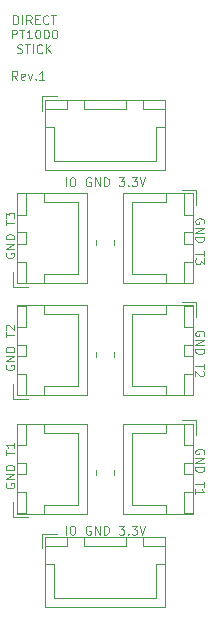
<source format=gto>
G04 #@! TF.GenerationSoftware,KiCad,Pcbnew,5.1.9+dfsg1-1*
G04 #@! TF.CreationDate,2022-08-24T11:43:39+09:00*
G04 #@! TF.ProjectId,direct-pt1000-stick,64697265-6374-42d7-9074-313030302d73,rev?*
G04 #@! TF.SameCoordinates,Original*
G04 #@! TF.FileFunction,Legend,Top*
G04 #@! TF.FilePolarity,Positive*
%FSLAX46Y46*%
G04 Gerber Fmt 4.6, Leading zero omitted, Abs format (unit mm)*
G04 Created by KiCad (PCBNEW 5.1.9+dfsg1-1) date 2022-08-24 11:43:39*
%MOMM*%
%LPD*%
G01*
G04 APERTURE LIST*
%ADD10C,0.100000*%
%ADD11C,0.120000*%
%ADD12O,1.700000X1.950000*%
%ADD13O,2.000000X1.700000*%
%ADD14C,5.600000*%
G04 APERTURE END LIST*
D10*
X102589285Y-56839285D02*
X102339285Y-56482142D01*
X102160714Y-56839285D02*
X102160714Y-56089285D01*
X102446428Y-56089285D01*
X102517857Y-56125000D01*
X102553571Y-56160714D01*
X102589285Y-56232142D01*
X102589285Y-56339285D01*
X102553571Y-56410714D01*
X102517857Y-56446428D01*
X102446428Y-56482142D01*
X102160714Y-56482142D01*
X103196428Y-56803571D02*
X103125000Y-56839285D01*
X102982142Y-56839285D01*
X102910714Y-56803571D01*
X102875000Y-56732142D01*
X102875000Y-56446428D01*
X102910714Y-56375000D01*
X102982142Y-56339285D01*
X103125000Y-56339285D01*
X103196428Y-56375000D01*
X103232142Y-56446428D01*
X103232142Y-56517857D01*
X102875000Y-56589285D01*
X103482142Y-56339285D02*
X103660714Y-56839285D01*
X103839285Y-56339285D01*
X104125000Y-56767857D02*
X104160714Y-56803571D01*
X104125000Y-56839285D01*
X104089285Y-56803571D01*
X104125000Y-56767857D01*
X104125000Y-56839285D01*
X104875000Y-56839285D02*
X104446428Y-56839285D01*
X104660714Y-56839285D02*
X104660714Y-56089285D01*
X104589285Y-56196428D01*
X104517857Y-56267857D01*
X104446428Y-56303571D01*
X102250000Y-52114285D02*
X102250000Y-51364285D01*
X102428571Y-51364285D01*
X102535714Y-51400000D01*
X102607142Y-51471428D01*
X102642857Y-51542857D01*
X102678571Y-51685714D01*
X102678571Y-51792857D01*
X102642857Y-51935714D01*
X102607142Y-52007142D01*
X102535714Y-52078571D01*
X102428571Y-52114285D01*
X102250000Y-52114285D01*
X103000000Y-52114285D02*
X103000000Y-51364285D01*
X103785714Y-52114285D02*
X103535714Y-51757142D01*
X103357142Y-52114285D02*
X103357142Y-51364285D01*
X103642857Y-51364285D01*
X103714285Y-51400000D01*
X103750000Y-51435714D01*
X103785714Y-51507142D01*
X103785714Y-51614285D01*
X103750000Y-51685714D01*
X103714285Y-51721428D01*
X103642857Y-51757142D01*
X103357142Y-51757142D01*
X104107142Y-51721428D02*
X104357142Y-51721428D01*
X104464285Y-52114285D02*
X104107142Y-52114285D01*
X104107142Y-51364285D01*
X104464285Y-51364285D01*
X105214285Y-52042857D02*
X105178571Y-52078571D01*
X105071428Y-52114285D01*
X105000000Y-52114285D01*
X104892857Y-52078571D01*
X104821428Y-52007142D01*
X104785714Y-51935714D01*
X104750000Y-51792857D01*
X104750000Y-51685714D01*
X104785714Y-51542857D01*
X104821428Y-51471428D01*
X104892857Y-51400000D01*
X105000000Y-51364285D01*
X105071428Y-51364285D01*
X105178571Y-51400000D01*
X105214285Y-51435714D01*
X105428571Y-51364285D02*
X105857142Y-51364285D01*
X105642857Y-52114285D02*
X105642857Y-51364285D01*
X102089285Y-53339285D02*
X102089285Y-52589285D01*
X102375000Y-52589285D01*
X102446428Y-52625000D01*
X102482142Y-52660714D01*
X102517857Y-52732142D01*
X102517857Y-52839285D01*
X102482142Y-52910714D01*
X102446428Y-52946428D01*
X102375000Y-52982142D01*
X102089285Y-52982142D01*
X102732142Y-52589285D02*
X103160714Y-52589285D01*
X102946428Y-53339285D02*
X102946428Y-52589285D01*
X103803571Y-53339285D02*
X103375000Y-53339285D01*
X103589285Y-53339285D02*
X103589285Y-52589285D01*
X103517857Y-52696428D01*
X103446428Y-52767857D01*
X103375000Y-52803571D01*
X104267857Y-52589285D02*
X104339285Y-52589285D01*
X104410714Y-52625000D01*
X104446428Y-52660714D01*
X104482142Y-52732142D01*
X104517857Y-52875000D01*
X104517857Y-53053571D01*
X104482142Y-53196428D01*
X104446428Y-53267857D01*
X104410714Y-53303571D01*
X104339285Y-53339285D01*
X104267857Y-53339285D01*
X104196428Y-53303571D01*
X104160714Y-53267857D01*
X104125000Y-53196428D01*
X104089285Y-53053571D01*
X104089285Y-52875000D01*
X104125000Y-52732142D01*
X104160714Y-52660714D01*
X104196428Y-52625000D01*
X104267857Y-52589285D01*
X104982142Y-52589285D02*
X105053571Y-52589285D01*
X105125000Y-52625000D01*
X105160714Y-52660714D01*
X105196428Y-52732142D01*
X105232142Y-52875000D01*
X105232142Y-53053571D01*
X105196428Y-53196428D01*
X105160714Y-53267857D01*
X105125000Y-53303571D01*
X105053571Y-53339285D01*
X104982142Y-53339285D01*
X104910714Y-53303571D01*
X104875000Y-53267857D01*
X104839285Y-53196428D01*
X104803571Y-53053571D01*
X104803571Y-52875000D01*
X104839285Y-52732142D01*
X104875000Y-52660714D01*
X104910714Y-52625000D01*
X104982142Y-52589285D01*
X105696428Y-52589285D02*
X105767857Y-52589285D01*
X105839285Y-52625000D01*
X105875000Y-52660714D01*
X105910714Y-52732142D01*
X105946428Y-52875000D01*
X105946428Y-53053571D01*
X105910714Y-53196428D01*
X105875000Y-53267857D01*
X105839285Y-53303571D01*
X105767857Y-53339285D01*
X105696428Y-53339285D01*
X105625000Y-53303571D01*
X105589285Y-53267857D01*
X105553571Y-53196428D01*
X105517857Y-53053571D01*
X105517857Y-52875000D01*
X105553571Y-52732142D01*
X105589285Y-52660714D01*
X105625000Y-52625000D01*
X105696428Y-52589285D01*
X102571428Y-54528571D02*
X102678571Y-54564285D01*
X102857142Y-54564285D01*
X102928571Y-54528571D01*
X102964285Y-54492857D01*
X103000000Y-54421428D01*
X103000000Y-54350000D01*
X102964285Y-54278571D01*
X102928571Y-54242857D01*
X102857142Y-54207142D01*
X102714285Y-54171428D01*
X102642857Y-54135714D01*
X102607142Y-54100000D01*
X102571428Y-54028571D01*
X102571428Y-53957142D01*
X102607142Y-53885714D01*
X102642857Y-53850000D01*
X102714285Y-53814285D01*
X102892857Y-53814285D01*
X103000000Y-53850000D01*
X103214285Y-53814285D02*
X103642857Y-53814285D01*
X103428571Y-54564285D02*
X103428571Y-53814285D01*
X103892857Y-54564285D02*
X103892857Y-53814285D01*
X104678571Y-54492857D02*
X104642857Y-54528571D01*
X104535714Y-54564285D01*
X104464285Y-54564285D01*
X104357142Y-54528571D01*
X104285714Y-54457142D01*
X104250000Y-54385714D01*
X104214285Y-54242857D01*
X104214285Y-54135714D01*
X104250000Y-53992857D01*
X104285714Y-53921428D01*
X104357142Y-53850000D01*
X104464285Y-53814285D01*
X104535714Y-53814285D01*
X104642857Y-53850000D01*
X104678571Y-53885714D01*
X105000000Y-54564285D02*
X105000000Y-53814285D01*
X105428571Y-54564285D02*
X105107142Y-54135714D01*
X105428571Y-53814285D02*
X105000000Y-54242857D01*
X106678571Y-65839285D02*
X106678571Y-65089285D01*
X107178571Y-65089285D02*
X107321428Y-65089285D01*
X107392857Y-65125000D01*
X107464285Y-65196428D01*
X107500000Y-65339285D01*
X107500000Y-65589285D01*
X107464285Y-65732142D01*
X107392857Y-65803571D01*
X107321428Y-65839285D01*
X107178571Y-65839285D01*
X107107142Y-65803571D01*
X107035714Y-65732142D01*
X107000000Y-65589285D01*
X107000000Y-65339285D01*
X107035714Y-65196428D01*
X107107142Y-65125000D01*
X107178571Y-65089285D01*
X108785714Y-65125000D02*
X108714285Y-65089285D01*
X108607142Y-65089285D01*
X108500000Y-65125000D01*
X108428571Y-65196428D01*
X108392857Y-65267857D01*
X108357142Y-65410714D01*
X108357142Y-65517857D01*
X108392857Y-65660714D01*
X108428571Y-65732142D01*
X108500000Y-65803571D01*
X108607142Y-65839285D01*
X108678571Y-65839285D01*
X108785714Y-65803571D01*
X108821428Y-65767857D01*
X108821428Y-65517857D01*
X108678571Y-65517857D01*
X109142857Y-65839285D02*
X109142857Y-65089285D01*
X109571428Y-65839285D01*
X109571428Y-65089285D01*
X109928571Y-65839285D02*
X109928571Y-65089285D01*
X110107142Y-65089285D01*
X110214285Y-65125000D01*
X110285714Y-65196428D01*
X110321428Y-65267857D01*
X110357142Y-65410714D01*
X110357142Y-65517857D01*
X110321428Y-65660714D01*
X110285714Y-65732142D01*
X110214285Y-65803571D01*
X110107142Y-65839285D01*
X109928571Y-65839285D01*
X111178571Y-65089285D02*
X111642857Y-65089285D01*
X111392857Y-65375000D01*
X111500000Y-65375000D01*
X111571428Y-65410714D01*
X111607142Y-65446428D01*
X111642857Y-65517857D01*
X111642857Y-65696428D01*
X111607142Y-65767857D01*
X111571428Y-65803571D01*
X111500000Y-65839285D01*
X111285714Y-65839285D01*
X111214285Y-65803571D01*
X111178571Y-65767857D01*
X111964285Y-65767857D02*
X112000000Y-65803571D01*
X111964285Y-65839285D01*
X111928571Y-65803571D01*
X111964285Y-65767857D01*
X111964285Y-65839285D01*
X112250000Y-65089285D02*
X112714285Y-65089285D01*
X112464285Y-65375000D01*
X112571428Y-65375000D01*
X112642857Y-65410714D01*
X112678571Y-65446428D01*
X112714285Y-65517857D01*
X112714285Y-65696428D01*
X112678571Y-65767857D01*
X112642857Y-65803571D01*
X112571428Y-65839285D01*
X112357142Y-65839285D01*
X112285714Y-65803571D01*
X112250000Y-65767857D01*
X112928571Y-65089285D02*
X113178571Y-65839285D01*
X113428571Y-65089285D01*
X106678571Y-95339285D02*
X106678571Y-94589285D01*
X107178571Y-94589285D02*
X107321428Y-94589285D01*
X107392857Y-94625000D01*
X107464285Y-94696428D01*
X107500000Y-94839285D01*
X107500000Y-95089285D01*
X107464285Y-95232142D01*
X107392857Y-95303571D01*
X107321428Y-95339285D01*
X107178571Y-95339285D01*
X107107142Y-95303571D01*
X107035714Y-95232142D01*
X107000000Y-95089285D01*
X107000000Y-94839285D01*
X107035714Y-94696428D01*
X107107142Y-94625000D01*
X107178571Y-94589285D01*
X108785714Y-94625000D02*
X108714285Y-94589285D01*
X108607142Y-94589285D01*
X108500000Y-94625000D01*
X108428571Y-94696428D01*
X108392857Y-94767857D01*
X108357142Y-94910714D01*
X108357142Y-95017857D01*
X108392857Y-95160714D01*
X108428571Y-95232142D01*
X108500000Y-95303571D01*
X108607142Y-95339285D01*
X108678571Y-95339285D01*
X108785714Y-95303571D01*
X108821428Y-95267857D01*
X108821428Y-95017857D01*
X108678571Y-95017857D01*
X109142857Y-95339285D02*
X109142857Y-94589285D01*
X109571428Y-95339285D01*
X109571428Y-94589285D01*
X109928571Y-95339285D02*
X109928571Y-94589285D01*
X110107142Y-94589285D01*
X110214285Y-94625000D01*
X110285714Y-94696428D01*
X110321428Y-94767857D01*
X110357142Y-94910714D01*
X110357142Y-95017857D01*
X110321428Y-95160714D01*
X110285714Y-95232142D01*
X110214285Y-95303571D01*
X110107142Y-95339285D01*
X109928571Y-95339285D01*
X111178571Y-94589285D02*
X111642857Y-94589285D01*
X111392857Y-94875000D01*
X111500000Y-94875000D01*
X111571428Y-94910714D01*
X111607142Y-94946428D01*
X111642857Y-95017857D01*
X111642857Y-95196428D01*
X111607142Y-95267857D01*
X111571428Y-95303571D01*
X111500000Y-95339285D01*
X111285714Y-95339285D01*
X111214285Y-95303571D01*
X111178571Y-95267857D01*
X111964285Y-95267857D02*
X112000000Y-95303571D01*
X111964285Y-95339285D01*
X111928571Y-95303571D01*
X111964285Y-95267857D01*
X111964285Y-95339285D01*
X112250000Y-94589285D02*
X112714285Y-94589285D01*
X112464285Y-94875000D01*
X112571428Y-94875000D01*
X112642857Y-94910714D01*
X112678571Y-94946428D01*
X112714285Y-95017857D01*
X112714285Y-95196428D01*
X112678571Y-95267857D01*
X112642857Y-95303571D01*
X112571428Y-95339285D01*
X112357142Y-95339285D01*
X112285714Y-95303571D01*
X112250000Y-95267857D01*
X112928571Y-94589285D02*
X113178571Y-95339285D01*
X113428571Y-94589285D01*
X118375000Y-69000000D02*
X118410714Y-68928571D01*
X118410714Y-68821428D01*
X118375000Y-68714285D01*
X118303571Y-68642857D01*
X118232142Y-68607142D01*
X118089285Y-68571428D01*
X117982142Y-68571428D01*
X117839285Y-68607142D01*
X117767857Y-68642857D01*
X117696428Y-68714285D01*
X117660714Y-68821428D01*
X117660714Y-68892857D01*
X117696428Y-69000000D01*
X117732142Y-69035714D01*
X117982142Y-69035714D01*
X117982142Y-68892857D01*
X117660714Y-69357142D02*
X118410714Y-69357142D01*
X117660714Y-69785714D01*
X118410714Y-69785714D01*
X117660714Y-70142857D02*
X118410714Y-70142857D01*
X118410714Y-70321428D01*
X118375000Y-70428571D01*
X118303571Y-70500000D01*
X118232142Y-70535714D01*
X118089285Y-70571428D01*
X117982142Y-70571428D01*
X117839285Y-70535714D01*
X117767857Y-70500000D01*
X117696428Y-70428571D01*
X117660714Y-70321428D01*
X117660714Y-70142857D01*
X118410714Y-71357142D02*
X118410714Y-71785714D01*
X117660714Y-71571428D02*
X118410714Y-71571428D01*
X118410714Y-71964285D02*
X118410714Y-72428571D01*
X118125000Y-72178571D01*
X118125000Y-72285714D01*
X118089285Y-72357142D01*
X118053571Y-72392857D01*
X117982142Y-72428571D01*
X117803571Y-72428571D01*
X117732142Y-72392857D01*
X117696428Y-72357142D01*
X117660714Y-72285714D01*
X117660714Y-72071428D01*
X117696428Y-72000000D01*
X117732142Y-71964285D01*
X101625000Y-71500000D02*
X101589285Y-71571428D01*
X101589285Y-71678571D01*
X101625000Y-71785714D01*
X101696428Y-71857142D01*
X101767857Y-71892857D01*
X101910714Y-71928571D01*
X102017857Y-71928571D01*
X102160714Y-71892857D01*
X102232142Y-71857142D01*
X102303571Y-71785714D01*
X102339285Y-71678571D01*
X102339285Y-71607142D01*
X102303571Y-71500000D01*
X102267857Y-71464285D01*
X102017857Y-71464285D01*
X102017857Y-71607142D01*
X102339285Y-71142857D02*
X101589285Y-71142857D01*
X102339285Y-70714285D01*
X101589285Y-70714285D01*
X102339285Y-70357142D02*
X101589285Y-70357142D01*
X101589285Y-70178571D01*
X101625000Y-70071428D01*
X101696428Y-70000000D01*
X101767857Y-69964285D01*
X101910714Y-69928571D01*
X102017857Y-69928571D01*
X102160714Y-69964285D01*
X102232142Y-70000000D01*
X102303571Y-70071428D01*
X102339285Y-70178571D01*
X102339285Y-70357142D01*
X101589285Y-69142857D02*
X101589285Y-68714285D01*
X102339285Y-68928571D02*
X101589285Y-68928571D01*
X101589285Y-68535714D02*
X101589285Y-68071428D01*
X101875000Y-68321428D01*
X101875000Y-68214285D01*
X101910714Y-68142857D01*
X101946428Y-68107142D01*
X102017857Y-68071428D01*
X102196428Y-68071428D01*
X102267857Y-68107142D01*
X102303571Y-68142857D01*
X102339285Y-68214285D01*
X102339285Y-68428571D01*
X102303571Y-68500000D01*
X102267857Y-68535714D01*
X118375000Y-78500000D02*
X118410714Y-78428571D01*
X118410714Y-78321428D01*
X118375000Y-78214285D01*
X118303571Y-78142857D01*
X118232142Y-78107142D01*
X118089285Y-78071428D01*
X117982142Y-78071428D01*
X117839285Y-78107142D01*
X117767857Y-78142857D01*
X117696428Y-78214285D01*
X117660714Y-78321428D01*
X117660714Y-78392857D01*
X117696428Y-78500000D01*
X117732142Y-78535714D01*
X117982142Y-78535714D01*
X117982142Y-78392857D01*
X117660714Y-78857142D02*
X118410714Y-78857142D01*
X117660714Y-79285714D01*
X118410714Y-79285714D01*
X117660714Y-79642857D02*
X118410714Y-79642857D01*
X118410714Y-79821428D01*
X118375000Y-79928571D01*
X118303571Y-80000000D01*
X118232142Y-80035714D01*
X118089285Y-80071428D01*
X117982142Y-80071428D01*
X117839285Y-80035714D01*
X117767857Y-80000000D01*
X117696428Y-79928571D01*
X117660714Y-79821428D01*
X117660714Y-79642857D01*
X118410714Y-80857142D02*
X118410714Y-81285714D01*
X117660714Y-81071428D02*
X118410714Y-81071428D01*
X118339285Y-81500000D02*
X118375000Y-81535714D01*
X118410714Y-81607142D01*
X118410714Y-81785714D01*
X118375000Y-81857142D01*
X118339285Y-81892857D01*
X118267857Y-81928571D01*
X118196428Y-81928571D01*
X118089285Y-81892857D01*
X117660714Y-81464285D01*
X117660714Y-81928571D01*
X101625000Y-81000000D02*
X101589285Y-81071428D01*
X101589285Y-81178571D01*
X101625000Y-81285714D01*
X101696428Y-81357142D01*
X101767857Y-81392857D01*
X101910714Y-81428571D01*
X102017857Y-81428571D01*
X102160714Y-81392857D01*
X102232142Y-81357142D01*
X102303571Y-81285714D01*
X102339285Y-81178571D01*
X102339285Y-81107142D01*
X102303571Y-81000000D01*
X102267857Y-80964285D01*
X102017857Y-80964285D01*
X102017857Y-81107142D01*
X102339285Y-80642857D02*
X101589285Y-80642857D01*
X102339285Y-80214285D01*
X101589285Y-80214285D01*
X102339285Y-79857142D02*
X101589285Y-79857142D01*
X101589285Y-79678571D01*
X101625000Y-79571428D01*
X101696428Y-79500000D01*
X101767857Y-79464285D01*
X101910714Y-79428571D01*
X102017857Y-79428571D01*
X102160714Y-79464285D01*
X102232142Y-79500000D01*
X102303571Y-79571428D01*
X102339285Y-79678571D01*
X102339285Y-79857142D01*
X101589285Y-78642857D02*
X101589285Y-78214285D01*
X102339285Y-78428571D02*
X101589285Y-78428571D01*
X101660714Y-78000000D02*
X101625000Y-77964285D01*
X101589285Y-77892857D01*
X101589285Y-77714285D01*
X101625000Y-77642857D01*
X101660714Y-77607142D01*
X101732142Y-77571428D01*
X101803571Y-77571428D01*
X101910714Y-77607142D01*
X102339285Y-78035714D01*
X102339285Y-77571428D01*
X118375000Y-88500000D02*
X118410714Y-88428571D01*
X118410714Y-88321428D01*
X118375000Y-88214285D01*
X118303571Y-88142857D01*
X118232142Y-88107142D01*
X118089285Y-88071428D01*
X117982142Y-88071428D01*
X117839285Y-88107142D01*
X117767857Y-88142857D01*
X117696428Y-88214285D01*
X117660714Y-88321428D01*
X117660714Y-88392857D01*
X117696428Y-88500000D01*
X117732142Y-88535714D01*
X117982142Y-88535714D01*
X117982142Y-88392857D01*
X117660714Y-88857142D02*
X118410714Y-88857142D01*
X117660714Y-89285714D01*
X118410714Y-89285714D01*
X117660714Y-89642857D02*
X118410714Y-89642857D01*
X118410714Y-89821428D01*
X118375000Y-89928571D01*
X118303571Y-90000000D01*
X118232142Y-90035714D01*
X118089285Y-90071428D01*
X117982142Y-90071428D01*
X117839285Y-90035714D01*
X117767857Y-90000000D01*
X117696428Y-89928571D01*
X117660714Y-89821428D01*
X117660714Y-89642857D01*
X118410714Y-90857142D02*
X118410714Y-91285714D01*
X117660714Y-91071428D02*
X118410714Y-91071428D01*
X117660714Y-91928571D02*
X117660714Y-91500000D01*
X117660714Y-91714285D02*
X118410714Y-91714285D01*
X118303571Y-91642857D01*
X118232142Y-91571428D01*
X118196428Y-91500000D01*
X101625000Y-91000000D02*
X101589285Y-91071428D01*
X101589285Y-91178571D01*
X101625000Y-91285714D01*
X101696428Y-91357142D01*
X101767857Y-91392857D01*
X101910714Y-91428571D01*
X102017857Y-91428571D01*
X102160714Y-91392857D01*
X102232142Y-91357142D01*
X102303571Y-91285714D01*
X102339285Y-91178571D01*
X102339285Y-91107142D01*
X102303571Y-91000000D01*
X102267857Y-90964285D01*
X102017857Y-90964285D01*
X102017857Y-91107142D01*
X102339285Y-90642857D02*
X101589285Y-90642857D01*
X102339285Y-90214285D01*
X101589285Y-90214285D01*
X102339285Y-89857142D02*
X101589285Y-89857142D01*
X101589285Y-89678571D01*
X101625000Y-89571428D01*
X101696428Y-89500000D01*
X101767857Y-89464285D01*
X101910714Y-89428571D01*
X102017857Y-89428571D01*
X102160714Y-89464285D01*
X102232142Y-89500000D01*
X102303571Y-89571428D01*
X102339285Y-89678571D01*
X102339285Y-89857142D01*
X101589285Y-88642857D02*
X101589285Y-88214285D01*
X102339285Y-88428571D02*
X101589285Y-88428571D01*
X102339285Y-87571428D02*
X102339285Y-88000000D01*
X102339285Y-87785714D02*
X101589285Y-87785714D01*
X101696428Y-87857142D01*
X101767857Y-87928571D01*
X101803571Y-88000000D01*
D11*
X104940000Y-58540000D02*
X104940000Y-64510000D01*
X104940000Y-64510000D02*
X115060000Y-64510000D01*
X115060000Y-64510000D02*
X115060000Y-58540000D01*
X115060000Y-58540000D02*
X104940000Y-58540000D01*
X108250000Y-58550000D02*
X108250000Y-59300000D01*
X108250000Y-59300000D02*
X111750000Y-59300000D01*
X111750000Y-59300000D02*
X111750000Y-58550000D01*
X111750000Y-58550000D02*
X108250000Y-58550000D01*
X104950000Y-58550000D02*
X104950000Y-59300000D01*
X104950000Y-59300000D02*
X106750000Y-59300000D01*
X106750000Y-59300000D02*
X106750000Y-58550000D01*
X106750000Y-58550000D02*
X104950000Y-58550000D01*
X113250000Y-58550000D02*
X113250000Y-59300000D01*
X113250000Y-59300000D02*
X115050000Y-59300000D01*
X115050000Y-59300000D02*
X115050000Y-58550000D01*
X115050000Y-58550000D02*
X113250000Y-58550000D01*
X104950000Y-60800000D02*
X105700000Y-60800000D01*
X105700000Y-60800000D02*
X105700000Y-63750000D01*
X105700000Y-63750000D02*
X110000000Y-63750000D01*
X115050000Y-60800000D02*
X114300000Y-60800000D01*
X114300000Y-60800000D02*
X114300000Y-63750000D01*
X114300000Y-63750000D02*
X110000000Y-63750000D01*
X105900000Y-58250000D02*
X104650000Y-58250000D01*
X104650000Y-58250000D02*
X104650000Y-59500000D01*
X104650000Y-95250000D02*
X104650000Y-96500000D01*
X105900000Y-95250000D02*
X104650000Y-95250000D01*
X114300000Y-100750000D02*
X110000000Y-100750000D01*
X114300000Y-97800000D02*
X114300000Y-100750000D01*
X115050000Y-97800000D02*
X114300000Y-97800000D01*
X105700000Y-100750000D02*
X110000000Y-100750000D01*
X105700000Y-97800000D02*
X105700000Y-100750000D01*
X104950000Y-97800000D02*
X105700000Y-97800000D01*
X115050000Y-95550000D02*
X113250000Y-95550000D01*
X115050000Y-96300000D02*
X115050000Y-95550000D01*
X113250000Y-96300000D02*
X115050000Y-96300000D01*
X113250000Y-95550000D02*
X113250000Y-96300000D01*
X106750000Y-95550000D02*
X104950000Y-95550000D01*
X106750000Y-96300000D02*
X106750000Y-95550000D01*
X104950000Y-96300000D02*
X106750000Y-96300000D01*
X104950000Y-95550000D02*
X104950000Y-96300000D01*
X111750000Y-95550000D02*
X108250000Y-95550000D01*
X111750000Y-96300000D02*
X111750000Y-95550000D01*
X108250000Y-96300000D02*
X111750000Y-96300000D01*
X108250000Y-95550000D02*
X108250000Y-96300000D01*
X115060000Y-95540000D02*
X104940000Y-95540000D01*
X115060000Y-101510000D02*
X115060000Y-95540000D01*
X104940000Y-101510000D02*
X115060000Y-101510000D01*
X104940000Y-95540000D02*
X104940000Y-101510000D01*
X117460000Y-85940000D02*
X111490000Y-85940000D01*
X111490000Y-85940000D02*
X111490000Y-93560000D01*
X111490000Y-93560000D02*
X117460000Y-93560000D01*
X117460000Y-93560000D02*
X117460000Y-85940000D01*
X117450000Y-89250000D02*
X116700000Y-89250000D01*
X116700000Y-89250000D02*
X116700000Y-90250000D01*
X116700000Y-90250000D02*
X117450000Y-90250000D01*
X117450000Y-90250000D02*
X117450000Y-89250000D01*
X117450000Y-85950000D02*
X116700000Y-85950000D01*
X116700000Y-85950000D02*
X116700000Y-87750000D01*
X116700000Y-87750000D02*
X117450000Y-87750000D01*
X117450000Y-87750000D02*
X117450000Y-85950000D01*
X117450000Y-91750000D02*
X116700000Y-91750000D01*
X116700000Y-91750000D02*
X116700000Y-93550000D01*
X116700000Y-93550000D02*
X117450000Y-93550000D01*
X117450000Y-93550000D02*
X117450000Y-91750000D01*
X115200000Y-85950000D02*
X115200000Y-86700000D01*
X115200000Y-86700000D02*
X112250000Y-86700000D01*
X112250000Y-86700000D02*
X112250000Y-89750000D01*
X115200000Y-93550000D02*
X115200000Y-92800000D01*
X115200000Y-92800000D02*
X112250000Y-92800000D01*
X112250000Y-92800000D02*
X112250000Y-89750000D01*
X117750000Y-86900000D02*
X117750000Y-85650000D01*
X117750000Y-85650000D02*
X116500000Y-85650000D01*
X102250000Y-93850000D02*
X103500000Y-93850000D01*
X102250000Y-92600000D02*
X102250000Y-93850000D01*
X107750000Y-86700000D02*
X107750000Y-89750000D01*
X104800000Y-86700000D02*
X107750000Y-86700000D01*
X104800000Y-85950000D02*
X104800000Y-86700000D01*
X107750000Y-92800000D02*
X107750000Y-89750000D01*
X104800000Y-92800000D02*
X107750000Y-92800000D01*
X104800000Y-93550000D02*
X104800000Y-92800000D01*
X102550000Y-85950000D02*
X102550000Y-87750000D01*
X103300000Y-85950000D02*
X102550000Y-85950000D01*
X103300000Y-87750000D02*
X103300000Y-85950000D01*
X102550000Y-87750000D02*
X103300000Y-87750000D01*
X102550000Y-91750000D02*
X102550000Y-93550000D01*
X103300000Y-91750000D02*
X102550000Y-91750000D01*
X103300000Y-93550000D02*
X103300000Y-91750000D01*
X102550000Y-93550000D02*
X103300000Y-93550000D01*
X102550000Y-89250000D02*
X102550000Y-90250000D01*
X103300000Y-89250000D02*
X102550000Y-89250000D01*
X103300000Y-90250000D02*
X103300000Y-89250000D01*
X102550000Y-90250000D02*
X103300000Y-90250000D01*
X102540000Y-85940000D02*
X102540000Y-93560000D01*
X108510000Y-85940000D02*
X102540000Y-85940000D01*
X108510000Y-93560000D02*
X108510000Y-85940000D01*
X102540000Y-93560000D02*
X108510000Y-93560000D01*
X102540000Y-83560000D02*
X108510000Y-83560000D01*
X108510000Y-83560000D02*
X108510000Y-75940000D01*
X108510000Y-75940000D02*
X102540000Y-75940000D01*
X102540000Y-75940000D02*
X102540000Y-83560000D01*
X102550000Y-80250000D02*
X103300000Y-80250000D01*
X103300000Y-80250000D02*
X103300000Y-79250000D01*
X103300000Y-79250000D02*
X102550000Y-79250000D01*
X102550000Y-79250000D02*
X102550000Y-80250000D01*
X102550000Y-83550000D02*
X103300000Y-83550000D01*
X103300000Y-83550000D02*
X103300000Y-81750000D01*
X103300000Y-81750000D02*
X102550000Y-81750000D01*
X102550000Y-81750000D02*
X102550000Y-83550000D01*
X102550000Y-77750000D02*
X103300000Y-77750000D01*
X103300000Y-77750000D02*
X103300000Y-75950000D01*
X103300000Y-75950000D02*
X102550000Y-75950000D01*
X102550000Y-75950000D02*
X102550000Y-77750000D01*
X104800000Y-83550000D02*
X104800000Y-82800000D01*
X104800000Y-82800000D02*
X107750000Y-82800000D01*
X107750000Y-82800000D02*
X107750000Y-79750000D01*
X104800000Y-75950000D02*
X104800000Y-76700000D01*
X104800000Y-76700000D02*
X107750000Y-76700000D01*
X107750000Y-76700000D02*
X107750000Y-79750000D01*
X102250000Y-82600000D02*
X102250000Y-83850000D01*
X102250000Y-83850000D02*
X103500000Y-83850000D01*
X117750000Y-75650000D02*
X116500000Y-75650000D01*
X117750000Y-76900000D02*
X117750000Y-75650000D01*
X112250000Y-82800000D02*
X112250000Y-79750000D01*
X115200000Y-82800000D02*
X112250000Y-82800000D01*
X115200000Y-83550000D02*
X115200000Y-82800000D01*
X112250000Y-76700000D02*
X112250000Y-79750000D01*
X115200000Y-76700000D02*
X112250000Y-76700000D01*
X115200000Y-75950000D02*
X115200000Y-76700000D01*
X117450000Y-83550000D02*
X117450000Y-81750000D01*
X116700000Y-83550000D02*
X117450000Y-83550000D01*
X116700000Y-81750000D02*
X116700000Y-83550000D01*
X117450000Y-81750000D02*
X116700000Y-81750000D01*
X117450000Y-77750000D02*
X117450000Y-75950000D01*
X116700000Y-77750000D02*
X117450000Y-77750000D01*
X116700000Y-75950000D02*
X116700000Y-77750000D01*
X117450000Y-75950000D02*
X116700000Y-75950000D01*
X117450000Y-80250000D02*
X117450000Y-79250000D01*
X116700000Y-80250000D02*
X117450000Y-80250000D01*
X116700000Y-79250000D02*
X116700000Y-80250000D01*
X117450000Y-79250000D02*
X116700000Y-79250000D01*
X117460000Y-83560000D02*
X117460000Y-75940000D01*
X111490000Y-83560000D02*
X117460000Y-83560000D01*
X111490000Y-75940000D02*
X111490000Y-83560000D01*
X117460000Y-75940000D02*
X111490000Y-75940000D01*
X117460000Y-66440000D02*
X111490000Y-66440000D01*
X111490000Y-66440000D02*
X111490000Y-74060000D01*
X111490000Y-74060000D02*
X117460000Y-74060000D01*
X117460000Y-74060000D02*
X117460000Y-66440000D01*
X117450000Y-69750000D02*
X116700000Y-69750000D01*
X116700000Y-69750000D02*
X116700000Y-70750000D01*
X116700000Y-70750000D02*
X117450000Y-70750000D01*
X117450000Y-70750000D02*
X117450000Y-69750000D01*
X117450000Y-66450000D02*
X116700000Y-66450000D01*
X116700000Y-66450000D02*
X116700000Y-68250000D01*
X116700000Y-68250000D02*
X117450000Y-68250000D01*
X117450000Y-68250000D02*
X117450000Y-66450000D01*
X117450000Y-72250000D02*
X116700000Y-72250000D01*
X116700000Y-72250000D02*
X116700000Y-74050000D01*
X116700000Y-74050000D02*
X117450000Y-74050000D01*
X117450000Y-74050000D02*
X117450000Y-72250000D01*
X115200000Y-66450000D02*
X115200000Y-67200000D01*
X115200000Y-67200000D02*
X112250000Y-67200000D01*
X112250000Y-67200000D02*
X112250000Y-70250000D01*
X115200000Y-74050000D02*
X115200000Y-73300000D01*
X115200000Y-73300000D02*
X112250000Y-73300000D01*
X112250000Y-73300000D02*
X112250000Y-70250000D01*
X117750000Y-67400000D02*
X117750000Y-66150000D01*
X117750000Y-66150000D02*
X116500000Y-66150000D01*
X102250000Y-74350000D02*
X103500000Y-74350000D01*
X102250000Y-73100000D02*
X102250000Y-74350000D01*
X107750000Y-67200000D02*
X107750000Y-70250000D01*
X104800000Y-67200000D02*
X107750000Y-67200000D01*
X104800000Y-66450000D02*
X104800000Y-67200000D01*
X107750000Y-73300000D02*
X107750000Y-70250000D01*
X104800000Y-73300000D02*
X107750000Y-73300000D01*
X104800000Y-74050000D02*
X104800000Y-73300000D01*
X102550000Y-66450000D02*
X102550000Y-68250000D01*
X103300000Y-66450000D02*
X102550000Y-66450000D01*
X103300000Y-68250000D02*
X103300000Y-66450000D01*
X102550000Y-68250000D02*
X103300000Y-68250000D01*
X102550000Y-72250000D02*
X102550000Y-74050000D01*
X103300000Y-72250000D02*
X102550000Y-72250000D01*
X103300000Y-74050000D02*
X103300000Y-72250000D01*
X102550000Y-74050000D02*
X103300000Y-74050000D01*
X102550000Y-69750000D02*
X102550000Y-70750000D01*
X103300000Y-69750000D02*
X102550000Y-69750000D01*
X103300000Y-70750000D02*
X103300000Y-69750000D01*
X102550000Y-70750000D02*
X103300000Y-70750000D01*
X102540000Y-66440000D02*
X102540000Y-74060000D01*
X108510000Y-66440000D02*
X102540000Y-66440000D01*
X108510000Y-74060000D02*
X108510000Y-66440000D01*
X102540000Y-74060000D02*
X108510000Y-74060000D01*
X109265000Y-90314564D02*
X109265000Y-89860436D01*
X110735000Y-90314564D02*
X110735000Y-89860436D01*
X110735000Y-80314564D02*
X110735000Y-79860436D01*
X109265000Y-80314564D02*
X109265000Y-79860436D01*
X109265000Y-70814564D02*
X109265000Y-70360436D01*
X110735000Y-70814564D02*
X110735000Y-70360436D01*
%LPC*%
G36*
G01*
X106650000Y-61725000D02*
X106650000Y-60275000D01*
G75*
G02*
X106900000Y-60025000I250000J0D01*
G01*
X108100000Y-60025000D01*
G75*
G02*
X108350000Y-60275000I0J-250000D01*
G01*
X108350000Y-61725000D01*
G75*
G02*
X108100000Y-61975000I-250000J0D01*
G01*
X106900000Y-61975000D01*
G75*
G02*
X106650000Y-61725000I0J250000D01*
G01*
G37*
D12*
X110000000Y-61000000D03*
X112500000Y-61000000D03*
X112500000Y-98000000D03*
X110000000Y-98000000D03*
G36*
G01*
X106650000Y-98725000D02*
X106650000Y-97275000D01*
G75*
G02*
X106900000Y-97025000I250000J0D01*
G01*
X108100000Y-97025000D01*
G75*
G02*
X108350000Y-97275000I0J-250000D01*
G01*
X108350000Y-98725000D01*
G75*
G02*
X108100000Y-98975000I-250000J0D01*
G01*
X106900000Y-98975000D01*
G75*
G02*
X106650000Y-98725000I0J250000D01*
G01*
G37*
G36*
G01*
X114250000Y-87650000D02*
X115750000Y-87650000D01*
G75*
G02*
X116000000Y-87900000I0J-250000D01*
G01*
X116000000Y-89100000D01*
G75*
G02*
X115750000Y-89350000I-250000J0D01*
G01*
X114250000Y-89350000D01*
G75*
G02*
X114000000Y-89100000I0J250000D01*
G01*
X114000000Y-87900000D01*
G75*
G02*
X114250000Y-87650000I250000J0D01*
G01*
G37*
D13*
X115000000Y-91000000D03*
X105000000Y-88500000D03*
G36*
G01*
X105750000Y-91850000D02*
X104250000Y-91850000D01*
G75*
G02*
X104000000Y-91600000I0J250000D01*
G01*
X104000000Y-90400000D01*
G75*
G02*
X104250000Y-90150000I250000J0D01*
G01*
X105750000Y-90150000D01*
G75*
G02*
X106000000Y-90400000I0J-250000D01*
G01*
X106000000Y-91600000D01*
G75*
G02*
X105750000Y-91850000I-250000J0D01*
G01*
G37*
G36*
G01*
X105750000Y-81850000D02*
X104250000Y-81850000D01*
G75*
G02*
X104000000Y-81600000I0J250000D01*
G01*
X104000000Y-80400000D01*
G75*
G02*
X104250000Y-80150000I250000J0D01*
G01*
X105750000Y-80150000D01*
G75*
G02*
X106000000Y-80400000I0J-250000D01*
G01*
X106000000Y-81600000D01*
G75*
G02*
X105750000Y-81850000I-250000J0D01*
G01*
G37*
X105000000Y-78500000D03*
X115000000Y-81000000D03*
G36*
G01*
X114250000Y-77650000D02*
X115750000Y-77650000D01*
G75*
G02*
X116000000Y-77900000I0J-250000D01*
G01*
X116000000Y-79100000D01*
G75*
G02*
X115750000Y-79350000I-250000J0D01*
G01*
X114250000Y-79350000D01*
G75*
G02*
X114000000Y-79100000I0J250000D01*
G01*
X114000000Y-77900000D01*
G75*
G02*
X114250000Y-77650000I250000J0D01*
G01*
G37*
G36*
G01*
X114250000Y-68150000D02*
X115750000Y-68150000D01*
G75*
G02*
X116000000Y-68400000I0J-250000D01*
G01*
X116000000Y-69600000D01*
G75*
G02*
X115750000Y-69850000I-250000J0D01*
G01*
X114250000Y-69850000D01*
G75*
G02*
X114000000Y-69600000I0J250000D01*
G01*
X114000000Y-68400000D01*
G75*
G02*
X114250000Y-68150000I250000J0D01*
G01*
G37*
X115000000Y-71500000D03*
X105000000Y-69000000D03*
G36*
G01*
X105750000Y-72350000D02*
X104250000Y-72350000D01*
G75*
G02*
X104000000Y-72100000I0J250000D01*
G01*
X104000000Y-70900000D01*
G75*
G02*
X104250000Y-70650000I250000J0D01*
G01*
X105750000Y-70650000D01*
G75*
G02*
X106000000Y-70900000I0J-250000D01*
G01*
X106000000Y-72100000D01*
G75*
G02*
X105750000Y-72350000I-250000J0D01*
G01*
G37*
G36*
G01*
X110450001Y-91512500D02*
X109549999Y-91512500D01*
G75*
G02*
X109300000Y-91262501I0J249999D01*
G01*
X109300000Y-90737499D01*
G75*
G02*
X109549999Y-90487500I249999J0D01*
G01*
X110450001Y-90487500D01*
G75*
G02*
X110700000Y-90737499I0J-249999D01*
G01*
X110700000Y-91262501D01*
G75*
G02*
X110450001Y-91512500I-249999J0D01*
G01*
G37*
G36*
G01*
X110450001Y-89687500D02*
X109549999Y-89687500D01*
G75*
G02*
X109300000Y-89437501I0J249999D01*
G01*
X109300000Y-88912499D01*
G75*
G02*
X109549999Y-88662500I249999J0D01*
G01*
X110450001Y-88662500D01*
G75*
G02*
X110700000Y-88912499I0J-249999D01*
G01*
X110700000Y-89437501D01*
G75*
G02*
X110450001Y-89687500I-249999J0D01*
G01*
G37*
G36*
G01*
X110450001Y-79687500D02*
X109549999Y-79687500D01*
G75*
G02*
X109300000Y-79437501I0J249999D01*
G01*
X109300000Y-78912499D01*
G75*
G02*
X109549999Y-78662500I249999J0D01*
G01*
X110450001Y-78662500D01*
G75*
G02*
X110700000Y-78912499I0J-249999D01*
G01*
X110700000Y-79437501D01*
G75*
G02*
X110450001Y-79687500I-249999J0D01*
G01*
G37*
G36*
G01*
X110450001Y-81512500D02*
X109549999Y-81512500D01*
G75*
G02*
X109300000Y-81262501I0J249999D01*
G01*
X109300000Y-80737499D01*
G75*
G02*
X109549999Y-80487500I249999J0D01*
G01*
X110450001Y-80487500D01*
G75*
G02*
X110700000Y-80737499I0J-249999D01*
G01*
X110700000Y-81262501D01*
G75*
G02*
X110450001Y-81512500I-249999J0D01*
G01*
G37*
G36*
G01*
X110450001Y-72012500D02*
X109549999Y-72012500D01*
G75*
G02*
X109300000Y-71762501I0J249999D01*
G01*
X109300000Y-71237499D01*
G75*
G02*
X109549999Y-70987500I249999J0D01*
G01*
X110450001Y-70987500D01*
G75*
G02*
X110700000Y-71237499I0J-249999D01*
G01*
X110700000Y-71762501D01*
G75*
G02*
X110450001Y-72012500I-249999J0D01*
G01*
G37*
G36*
G01*
X110450001Y-70187500D02*
X109549999Y-70187500D01*
G75*
G02*
X109300000Y-69937501I0J249999D01*
G01*
X109300000Y-69412499D01*
G75*
G02*
X109549999Y-69162500I249999J0D01*
G01*
X110450001Y-69162500D01*
G75*
G02*
X110700000Y-69412499I0J-249999D01*
G01*
X110700000Y-69937501D01*
G75*
G02*
X110450001Y-70187500I-249999J0D01*
G01*
G37*
D14*
X110000000Y-54000000D03*
X110000000Y-106000000D03*
M02*

</source>
